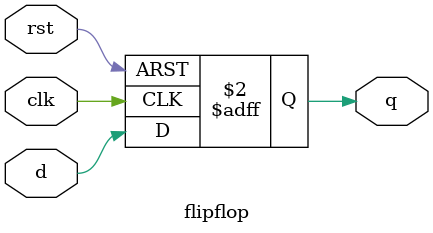
<source format=v>


module flipflop (
	input rst,
	input clk,
	input d,
	output reg q
);

	always @(posedge clk, posedge rst) begin
		if (rst) begin
			q <= 1'b0;
		end else begin
			q <= d;
		end
	end

endmodule

</source>
